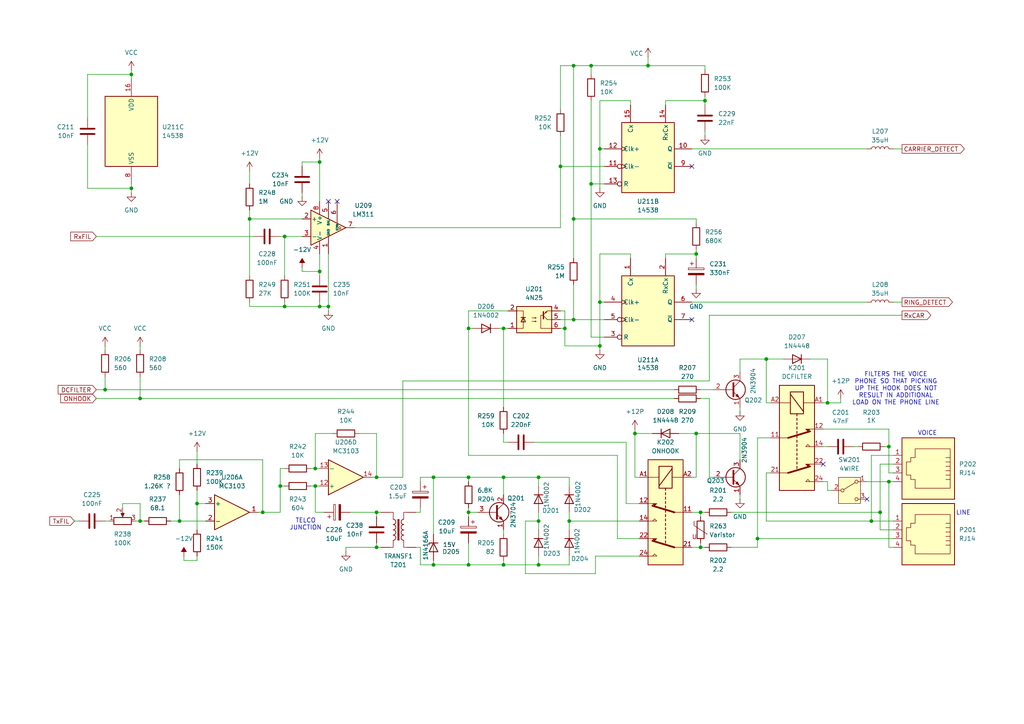
<source format=kicad_sch>
(kicad_sch (version 20250114) (generator "eeschema") (generator_version "9.0")
  (paper "A4")
  (lib_symbols
    (symbol "4xxx:14538"
      (property "Reference" "U" (at 0 11.43 0))
      (property "Value" "14538" (at 0 -11.43 0))
      (symbol "14538_1_0"
        (pin input clock (at -12.7 2.54 0) (length 5.08) (name "Clk+") (number "4"))
        (pin input inverted_clock (at -12.7 -2.54 0) (length 5.08) (name "Clk-") (number "5"))
        (pin input inverted (at -12.7 -7.62 0) (length 5.08) (name "R") (number "3"))
        (pin input line (at -5.08 15.24 270) (length 5.08) (name "Cx") (number "1"))
        (pin input line (at 5.08 15.24 270) (length 5.08) (name "RxCx") (number "2"))
        (pin output line (at 12.7 2.54 180) (length 5.08) (name "Q") (number "6"))
        (pin output line (at 12.7 -2.54 180) (length 5.08) (name "~{Q}") (number "7"))
      )
      (symbol "14538_2_0"
        (pin input clock (at -12.7 2.54 0) (length 5.08) (name "Clk+") (number "12"))
        (pin input inverted_clock (at -12.7 -2.54 0) (length 5.08) (name "Clk-") (number "11"))
        (pin input inverted (at -12.7 -7.62 0) (length 5.08) (name "R") (number "13"))
        (pin input line (at -5.08 15.24 270) (length 5.08) (name "Cx") (number "15"))
        (pin input line (at 5.08 15.24 270) (length 5.08) (name "RxCx") (number "14"))
        (pin output line (at 12.7 2.54 180) (length 5.08) (name "Q") (number "10"))
        (pin output line (at 12.7 -2.54 180) (length 5.08) (name "~{Q}") (number "9"))
      )
      (symbol "14538_3_0"
        (pin power_in line (at 0 15.24 270) (length 5.08) (name "VDD") (number "16"))
        (pin power_in line (at 0 -15.24 90) (length 5.08) (name "VSS") (number "8"))
      )
    )
    (symbol "Amplifier_Operational:OPA1604" (pin_names (offset 0.127))
      (property "Reference" "U" (at 0 5.08 0))
      (property "Value" "OPA1604" (at 0 -5.08 0))
      (symbol "OPA1604_1_1"
        (pin input line (at -7.62 2.54 0) (length 2.54) (name "+") (number "3"))
        (pin input line (at -7.62 -2.54 0) (length 2.54) (name "-") (number "2"))
        (pin output line (at 7.62 0 180) (length 2.54) (name "~") (number "1"))
      )
      (symbol "OPA1604_2_1"
        (pin input line (at -7.62 2.54 0) (length 2.54) (name "+") (number "5"))
        (pin input line (at -7.62 -2.54 0) (length 2.54) (name "-") (number "6"))
        (pin output line (at 7.62 0 180) (length 2.54) (name "~") (number "7"))
      )
      (symbol "OPA1604_3_1"
        (pin input line (at -7.62 2.54 0) (length 2.54) (name "+") (number "10"))
        (pin input line (at -7.62 -2.54 0) (length 2.54) (name "-") (number "9"))
        (pin output line (at 7.62 0 180) (length 2.54) (name "~") (number "8"))
      )
      (symbol "OPA1604_4_1"
        (pin input line (at -7.62 2.54 0) (length 2.54) (name "+") (number "12"))
        (pin input line (at -7.62 -2.54 0) (length 2.54) (name "-") (number "13"))
        (pin output line (at 7.62 0 180) (length 2.54) (name "~") (number "14"))
      )
      (symbol "OPA1604_5_1"
        (pin power_in line (at -2.54 7.62 270) (length 3.81) (name "V+") (number "4"))
        (pin power_in line (at -2.54 -7.62 90) (length 3.81) (name "V-") (number "11"))
      )
    )
    (symbol "Comparator:LM311" (pin_names (offset 0.127))
      (property "Reference" "U" (at 3.81 6.35 0))
      (property "Value" "LM311" (at 3.81 3.81 0))
      (symbol "LM311_1_1"
        (pin input line (at -7.62 2.54 0) (length 2.54) (name "+") (number "2"))
        (pin input line (at -7.62 -2.54 0) (length 2.54) (name "-") (number "3"))
        (pin power_in line (at -2.54 7.62 270) (length 3.81) (name "V+") (number "8"))
        (pin power_in line (at -2.54 -7.62 90) (length 3.81) (name "V-") (number "4"))
        (pin input line (at 0 7.62 270) (length 5.08) (name "BAL") (number "5"))
        (pin passive line (at 0 -7.62 90) (length 5.08) (name "GND") (number "1"))
        (pin input line (at 2.54 7.62 270) (length 6.35) (name "STRB") (number "6"))
        (pin open_collector line (at 7.62 0 180) (length 2.54) (name "~") (number "7"))
      )
    )
    (symbol "Connector:RJ14" (pin_names (offset 1.016))
      (property "Reference" "J" (at -5.08 11.43 0))
      (property "Value" "RJ14" (at 2.54 11.43 0))
      (symbol "RJ14_1_1"
        (pin passive line (at 10.16 5.08 180) (length 2.54) (name "~") (number "4"))
        (pin passive line (at 10.16 2.54 180) (length 2.54) (name "~") (number "3"))
        (pin passive line (at 10.16 0 180) (length 2.54) (name "~") (number "2"))
        (pin passive line (at 10.16 -2.54 180) (length 2.54) (name "~") (number "1"))
      )
    )
    (symbol "Device:C" (pin_numbers (hide yes)) (pin_names (offset 0.254))
      (property "Reference" "C" (at 0.635 2.54 0))
      (property "Value" "C" (at 0.635 -2.54 0))
      (symbol "C_1_1"
        (pin passive line (at 0 3.81 270) (length 2.794) (name "~") (number "1"))
        (pin passive line (at 0 -3.81 90) (length 2.794) (name "~") (number "2"))
      )
    )
    (symbol "Device:C_Polarized" (pin_numbers (hide yes)) (pin_names (offset 0.254))
      (property "Reference" "C" (at 0.635 2.54 0))
      (property "Value" "C_Polarized" (at 0.635 -2.54 0))
      (symbol "C_Polarized_1_1"
        (pin passive line (at 0 3.81 270) (length 2.794) (name "~") (number "1"))
        (pin passive line (at 0 -3.81 90) (length 2.794) (name "~") (number "2"))
      )
    )
    (symbol "Device:D" (pin_numbers (hide yes)) (pin_names (offset 1.016) (hide yes))
      (property "Reference" "D" (at 0 2.54 0))
      (property "Value" "D" (at 0 -2.54 0))
      (symbol "D_1_1"
        (pin passive line (at -3.81 0 0) (length 2.54) (name "K") (number "1"))
        (pin passive line (at 3.81 0 180) (length 2.54) (name "A") (number "2"))
      )
    )
    (symbol "Device:D_Zener" (pin_numbers (hide yes)) (pin_names (offset 1.016) (hide yes))
      (property "Reference" "D" (at 0 2.54 0))
      (property "Value" "D_Zener" (at 0 -2.54 0))
      (symbol "D_Zener_1_1"
        (pin passive line (at -3.81 0 0) (length 2.54) (name "K") (number "1"))
        (pin passive line (at 3.81 0 180) (length 2.54) (name "A") (number "2"))
      )
    )
    (symbol "Device:L" (pin_numbers (hide yes)) (pin_names (offset 1.016) (hide yes))
      (property "Reference" "L" (at -1.27 0 90))
      (property "Value" "L" (at 1.905 0 90))
      (symbol "L_1_1"
        (pin passive line (at 0 3.81 270) (length 1.27) (name "1") (number "1"))
        (pin passive line (at 0 -3.81 90) (length 1.27) (name "2") (number "2"))
      )
    )
    (symbol "Device:R" (pin_numbers (hide yes)) (pin_names (offset 0))
      (property "Reference" "R" (at 2.032 0 90))
      (property "Value" "R" (at 0 0 90))
      (symbol "R_1_1"
        (pin passive line (at 0 3.81 270) (length 1.27) (name "~") (number "1"))
        (pin passive line (at 0 -3.81 90) (length 1.27) (name "~") (number "2"))
      )
    )
    (symbol "Device:R_Potentiometer" (pin_names (offset 1.016) (hide yes))
      (property "Reference" "RV" (at -4.445 0 90))
      (property "Value" "R_Potentiometer" (at -2.54 0 90))
      (symbol "R_Potentiometer_1_1"
        (pin passive line (at 0 3.81 270) (length 1.27) (name "1") (number "1"))
        (pin passive line (at 0 -3.81 90) (length 1.27) (name "3") (number "3"))
        (pin passive line (at 3.81 0 180) (length 1.27) (name "2") (number "2"))
      )
    )
    (symbol "Device:Varistor" (pin_numbers (hide yes)) (pin_names (offset 0))
      (property "Reference" "RV" (at 3.175 0 90))
      (property "Value" "Varistor" (at -3.175 0 90))
      (symbol "Varistor_0_0"
        (text "U" (at -1.778 -2.032 0) (effects (font (size 1.27 1.27))))
      )
      (symbol "Varistor_1_1"
        (pin passive line (at 0 3.81 270) (length 1.27) (name "~") (number "1"))
        (pin passive line (at 0 -3.81 90) (length 1.27) (name "~") (number "2"))
      )
    )
    (symbol "Isolator:4N25" (pin_names (offset 1.016))
      (property "Reference" "U" (at -5.08 5.08 0))
      (property "Value" "4N25" (at 0 5.08 0))
      (symbol "4N25_1_1"
        (pin passive line (at -7.62 2.54 0) (length 2.54) (name "~") (number "1"))
        (pin passive line (at -7.62 -2.54 0) (length 2.54) (name "~") (number "2"))
        (pin no_connect line (at -5.08 0 0) (length 2.54) (hide yes) (name "NC") (number "3"))
        (pin passive line (at 7.62 2.54 180) (length 2.54) (name "~") (number "6"))
        (pin passive line (at 7.62 0 180) (length 2.54) (name "~") (number "5"))
        (pin passive line (at 7.62 -2.54 180) (length 2.54) (name "~") (number "4"))
      )
    )
    (symbol "Relay:Relay_DPDT"
      (property "Reference" "K" (at 16.51 3.81 0))
      (property "Value" "Relay_DPDT" (at 16.51 1.27 0))
      (symbol "Relay_DPDT_1_1"
        (pin passive line (at -10.16 7.62 270) (length 2.54) (name "~") (number "A1"))
        (pin passive line (at -10.16 -7.62 90) (length 2.54) (name "~") (number "A2"))
        (pin passive line (at -2.54 7.62 270) (length 2.54) (name "~") (number "12"))
        (pin passive line (at 0 -7.62 90) (length 2.54) (name "~") (number "11"))
        (pin passive line (at 2.54 7.62 270) (length 2.54) (name "~") (number "14"))
        (pin passive line (at 7.62 7.62 270) (length 2.54) (name "~") (number "22"))
        (pin passive line (at 10.16 -7.62 90) (length 2.54) (name "~") (number "21"))
        (pin passive line (at 12.7 7.62 270) (length 2.54) (name "~") (number "24"))
      )
    )
    (symbol "Switch:SW_SPDT" (pin_names (offset 0) (hide yes))
      (property "Reference" "SW" (at 0 5.08 0))
      (property "Value" "SW_SPDT" (at 0 -5.08 0))
      (symbol "SW_SPDT_1_1"
        (pin passive line (at -5.08 0 0) (length 2.54) (name "B") (number "2"))
        (pin passive line (at 5.08 2.54 180) (length 2.54) (name "A") (number "1"))
        (pin passive line (at 5.08 -2.54 180) (length 2.54) (name "C") (number "3"))
      )
    )
    (symbol "Transformer:TRANSF1" (pin_numbers (hide yes)) (pin_names (offset 0))
      (property "Reference" "TR" (at 0 6.35 0))
      (property "Value" "TRANSF1" (at 0 -6.35 0))
      (symbol "TRANSF1_1_1"
        (pin passive line (at -5.08 5.08 0) (length 2.54) (name "~") (number "1"))
        (pin passive line (at -5.08 -5.08 0) (length 2.54) (name "~") (number "2"))
        (pin passive line (at 5.08 5.08 180) (length 2.54) (name "~") (number "4"))
        (pin passive line (at 5.08 -5.08 180) (length 2.54) (name "~") (number "3"))
      )
    )
    (symbol "Transistor_BJT:2N3904" (pin_names (offset 0) (hide yes))
      (property "Reference" "Q" (at 5.08 1.905 0))
      (property "Value" "2N3904" (at 5.08 0 0))
      (symbol "2N3904_1_1"
        (pin input line (at -5.08 0 0) (length 2.54) (name "B") (number "2"))
        (pin passive line (at 2.54 5.08 270) (length 2.54) (name "C") (number "3"))
        (pin passive line (at 2.54 -5.08 90) (length 2.54) (name "E") (number "1"))
      )
    )
    (symbol "ZT1:2N3704" (pin_names (offset 0) (hide yes))
      (property "Reference" "Q" (at 5.08 1.27 0))
      (property "Value" "2N3704" (at 5.08 -1.27 0))
      (symbol "2N3704_1_1"
        (pin input line (at -5.08 0 0) (length 2.54) (name "B") (number "3"))
        (pin passive line (at 2.54 5.08 270) (length 2.54) (name "C") (number "2"))
        (pin passive line (at 2.54 -5.08 90) (length 2.54) (name "E") (number "1"))
      )
    )
    (symbol "power:+12P" (power) (pin_numbers (hide yes)) (pin_names (offset 0) (hide yes))
      (property "Value" "+12P" (at 0 3.556 0))
      (symbol "+12P_1_1"
        (pin power_in line (at 0 0 90) (length 0) (name "~") (number "1"))
      )
    )
    (symbol "power:+12V" (power) (pin_numbers (hide yes)) (pin_names (offset 0) (hide yes))
      (property "Value" "+12V" (at 0 3.556 0))
      (symbol "+12V_1_1"
        (pin power_in line (at 0 0 90) (length 0) (name "~") (number "1"))
      )
    )
    (symbol "power:-12V" (power) (pin_numbers (hide yes)) (pin_names (offset 0) (hide yes))
      (property "Value" "-12V" (at 0 3.556 0))
      (symbol "-12V_0_0"
        (pin power_in line (at 0 0 90) (length 0) (name "~") (number "1"))
      )
    )
    (symbol "power:GND" (power) (pin_numbers (hide yes)) (pin_names (offset 0) (hide yes))
      (property "Value" "GND" (at 0 -3.81 0))
      (symbol "GND_1_1"
        (pin power_in line (at 0 0 270) (length 0) (name "~") (number "1"))
      )
    )
    (symbol "power:VCC" (power) (pin_numbers (hide yes)) (pin_names (offset 0) (hide yes))
      (property "Value" "VCC" (at 0 3.556 0))
      (symbol "VCC_1_1"
        (pin power_in line (at 0 0 90) (length 0) (name "~") (number "1"))
      )
    )
  )
  (text "VOICE" (at 268.986 125.73 0) (effects (font (size 1.27 1.27))))
  (text "LINE" (at 279.4 148.844 0) (effects (font (size 1.27 1.27))))
  (text "FILTERS THE VOICE\nPHONE SO THAT PICKING\nUP THE HOOK DOES NOT\nRESULT IN ADDITIONAL\nLOAD ON THE PHONE LINE" (at 259.842 112.776 0) (effects (font (size 1.27 1.27))))
  (text "TELCO\nJUNCTION" (at 88.646 152.146 0) (effects (font (size 1.27 1.27))))
  (junction (at 91.44 140.97))
  (junction (at 173.99 100.33))
  (junction (at 201.93 73.66))
  (junction (at 38.1 21.59))
  (junction (at 38.1 54.61))
  (junction (at 135.89 138.43))
  (junction (at 163.83 95.25))
  (junction (at 146.05 138.43))
  (junction (at 156.21 138.43))
  (junction (at 162.56 48.26))
  (junction (at 92.71 46.99))
  (junction (at 219.71 156.21))
  (junction (at 109.22 138.43))
  (junction (at 171.45 19.05))
  (junction (at 203.2 158.75))
  (junction (at 30.48 113.03))
  (junction (at 40.64 151.13))
  (junction (at 166.37 63.5))
  (junction (at 95.25 88.9))
  (junction (at 92.71 78.74))
  (junction (at 135.89 163.83))
  (junction (at 92.71 88.9))
  (junction (at 240.03 116.84))
  (junction (at 40.64 115.57))
  (junction (at 135.89 95.25))
  (junction (at 203.2 148.59))
  (junction (at 166.37 92.71))
  (junction (at 125.73 163.83))
  (junction (at 109.22 148.59))
  (junction (at 165.1 151.13))
  (junction (at 52.07 151.13))
  (junction (at 146.05 95.25))
  (junction (at 257.81 139.7))
  (junction (at 222.25 104.14))
  (junction (at 204.47 29.21))
  (junction (at 76.2 148.59))
  (junction (at 82.55 68.58))
  (junction (at 146.05 163.83))
  (junction (at 82.55 88.9))
  (junction (at 156.21 163.83))
  (junction (at 255.27 148.59))
  (junction (at 173.99 87.63))
  (junction (at 109.22 158.75))
  (junction (at 166.37 19.05))
  (junction (at 184.15 125.73))
  (junction (at 187.96 19.05))
  (junction (at 257.81 129.54))
  (junction (at 252.73 151.13))
  (junction (at 156.21 151.13))
  (junction (at 81.28 140.97))
  (junction (at 201.93 125.73))
  (junction (at 173.99 43.18))
  (junction (at 72.39 63.5))
  (junction (at 57.15 146.05))
  (junction (at 91.44 135.89))
  (junction (at 135.89 148.59))
  (junction (at 125.73 138.43))
  (junction (at 171.45 53.34))
  (no_connect (at 200.66 48.26))
  (no_connect (at 97.79 58.42))
  (no_connect (at 251.46 144.78))
  (no_connect (at 95.25 58.42))
  (no_connect (at 200.66 92.71))
  (no_connect (at 238.76 134.62))
  (wire (pts (xy 102.87 66.04) (xy 162.56 66.04)))
  (wire (pts (xy 205.74 91.44) (xy 261.62 91.44)))
  (wire (pts (xy 91.44 140.97) (xy 91.44 148.59)))
  (wire (pts (xy 214.63 104.14) (xy 214.63 107.95)))
  (wire (pts (xy 252.73 151.13) (xy 252.73 132.08)))
  (wire (pts (xy 172.72 161.29) (xy 185.42 161.29)))
  (wire (pts (xy 156.21 163.83) (xy 165.1 163.83)))
  (wire (pts (xy 201.93 64.77) (xy 201.93 63.5)))
  (wire (pts (xy 92.71 46.99) (xy 92.71 58.42)))
  (wire (pts (xy 255.27 134.62) (xy 259.08 134.62)))
  (wire (pts (xy 184.15 125.73) (xy 184.15 138.43)))
  (wire (pts (xy 121.92 147.32) (xy 121.92 148.59)))
  (wire (pts (xy 181.61 128.27) (xy 181.61 146.05)))
  (wire (pts (xy 200.66 87.63) (xy 251.46 87.63)))
  (wire (pts (xy 203.2 157.48) (xy 203.2 158.75)))
  (wire (pts (xy 30.48 100.33) (xy 30.48 101.6)))
  (wire (pts (xy 135.89 90.17) (xy 135.89 95.25)))
  (wire (pts (xy 201.93 72.39) (xy 201.93 73.66)))
  (wire (pts (xy 52.07 143.51) (xy 52.07 151.13)))
  (wire (pts (xy 163.83 95.25) (xy 162.56 95.25)))
  (wire (pts (xy 109.22 158.75) (xy 100.33 158.75)))
  (wire (pts (xy 135.89 163.83) (xy 146.05 163.83)))
  (wire (pts (xy 152.4 166.37) (xy 152.4 151.13)))
  (wire (pts (xy 223.52 116.84) (xy 222.25 116.84)))
  (wire (pts (xy 182.88 74.93) (xy 182.88 73.66)))
  (wire (pts (xy 156.21 151.13) (xy 156.21 153.67)))
  (wire (pts (xy 116.84 110.49) (xy 205.74 110.49)))
  (wire (pts (xy 201.93 73.66) (xy 201.93 74.93)))
  (wire (pts (xy 173.99 100.33) (xy 173.99 101.6)))
  (wire (pts (xy 205.74 115.57) (xy 205.74 138.43)))
  (wire (pts (xy 135.89 132.08) (xy 179.07 132.08)))
  (wire (pts (xy 40.64 115.57) (xy 195.58 115.57)))
  (wire (pts (xy 251.46 139.7) (xy 257.81 139.7)))
  (wire (pts (xy 109.22 138.43) (xy 107.95 138.43)))
  (wire (pts (xy 104.14 125.73) (xy 109.22 125.73)))
  (wire (pts (xy 92.71 78.74) (xy 92.71 73.66)))
  (wire (pts (xy 135.89 148.59) (xy 135.89 149.86)))
  (wire (pts (xy 82.55 88.9) (xy 82.55 87.63)))
  (wire (pts (xy 166.37 19.05) (xy 166.37 63.5)))
  (wire (pts (xy 165.1 148.59) (xy 165.1 151.13)))
  (wire (pts (xy 121.92 163.83) (xy 125.73 163.83)))
  (wire (pts (xy 203.2 158.75) (xy 200.66 158.75)))
  (wire (pts (xy 40.64 100.33) (xy 40.64 101.6)))
  (wire (pts (xy 110.49 148.59) (xy 109.22 148.59)))
  (wire (pts (xy 109.22 157.48) (xy 109.22 158.75)))
  (wire (pts (xy 204.47 38.1) (xy 204.47 39.37)))
  (wire (pts (xy 152.4 151.13) (xy 156.21 151.13)))
  (wire (pts (xy 135.89 157.48) (xy 135.89 163.83)))
  (wire (pts (xy 72.39 87.63) (xy 72.39 88.9)))
  (wire (pts (xy 72.39 49.53) (xy 72.39 53.34)))
  (wire (pts (xy 204.47 27.94) (xy 204.47 29.21)))
  (wire (pts (xy 219.71 158.75) (xy 212.09 158.75)))
  (wire (pts (xy 203.2 148.59) (xy 203.2 149.86)))
  (wire (pts (xy 38.1 54.61) (xy 38.1 55.88)))
  (wire (pts (xy 90.17 140.97) (xy 91.44 140.97)))
  (wire (pts (xy 72.39 63.5) (xy 72.39 80.01)))
  (wire (pts (xy 121.92 138.43) (xy 121.92 139.7)))
  (wire (pts (xy 40.64 151.13) (xy 39.37 151.13)))
  (wire (pts (xy 146.05 153.67) (xy 146.05 154.94)))
  (wire (pts (xy 165.1 151.13) (xy 185.42 151.13)))
  (wire (pts (xy 27.94 115.57) (xy 40.64 115.57)))
  (wire (pts (xy 109.22 148.59) (xy 109.22 149.86)))
  (wire (pts (xy 201.93 125.73) (xy 214.63 125.73)))
  (wire (pts (xy 171.45 19.05) (xy 171.45 21.59)))
  (wire (pts (xy 204.47 29.21) (xy 204.47 30.48)))
  (wire (pts (xy 91.44 140.97) (xy 92.71 140.97)))
  (wire (pts (xy 162.56 66.04) (xy 162.56 48.26)))
  (wire (pts (xy 57.15 142.24) (xy 57.15 146.05)))
  (wire (pts (xy 125.73 138.43) (xy 125.73 154.94)))
  (wire (pts (xy 135.89 147.32) (xy 135.89 148.59)))
  (wire (pts (xy 53.34 162.56) (xy 57.15 162.56)))
  (wire (pts (xy 57.15 146.05) (xy 59.69 146.05)))
  (wire (pts (xy 90.17 135.89) (xy 91.44 135.89)))
  (wire (pts (xy 40.64 109.22) (xy 40.64 115.57)))
  (wire (pts (xy 35.56 146.05) (xy 40.64 146.05)))
  (wire (pts (xy 196.85 125.73) (xy 201.93 125.73)))
  (wire (pts (xy 179.07 156.21) (xy 185.42 156.21)))
  (wire (pts (xy 30.48 151.13) (xy 31.75 151.13)))
  (wire (pts (xy 121.92 163.83) (xy 121.92 158.75)))
  (wire (pts (xy 238.76 129.54) (xy 240.03 129.54)))
  (wire (pts (xy 109.22 158.75) (xy 110.49 158.75)))
  (wire (pts (xy 162.56 90.17) (xy 163.83 90.17)))
  (wire (pts (xy 171.45 53.34) (xy 171.45 97.79)))
  (wire (pts (xy 214.63 143.51) (xy 214.63 144.78)))
  (wire (pts (xy 162.56 39.37) (xy 162.56 48.26)))
  (wire (pts (xy 189.23 125.73) (xy 184.15 125.73)))
  (wire (pts (xy 173.99 73.66) (xy 182.88 73.66)))
  (wire (pts (xy 125.73 163.83) (xy 135.89 163.83)))
  (wire (pts (xy 162.56 19.05) (xy 166.37 19.05)))
  (wire (pts (xy 214.63 125.73) (xy 214.63 133.35)))
  (wire (pts (xy 101.6 148.59) (xy 109.22 148.59)))
  (wire (pts (xy 234.95 104.14) (xy 240.03 104.14)))
  (wire (pts (xy 240.03 116.84) (xy 243.84 116.84)))
  (wire (pts (xy 171.45 53.34) (xy 175.26 53.34)))
  (wire (pts (xy 135.89 90.17) (xy 147.32 90.17)))
  (wire (pts (xy 92.71 88.9) (xy 92.71 87.63)))
  (wire (pts (xy 135.89 95.25) (xy 137.16 95.25)))
  (wire (pts (xy 222.25 151.13) (xy 252.73 151.13)))
  (wire (pts (xy 219.71 156.21) (xy 259.08 156.21)))
  (wire (pts (xy 25.4 54.61) (xy 25.4 41.91)))
  (wire (pts (xy 156.21 148.59) (xy 156.21 151.13)))
  (wire (pts (xy 87.63 78.74) (xy 92.71 78.74)))
  (wire (pts (xy 91.44 125.73) (xy 91.44 135.89)))
  (wire (pts (xy 81.28 140.97) (xy 82.55 140.97)))
  (wire (pts (xy 146.05 138.43) (xy 146.05 143.51)))
  (wire (pts (xy 257.81 139.7) (xy 257.81 158.75)))
  (wire (pts (xy 204.47 29.21) (xy 193.04 29.21)))
  (wire (pts (xy 259.08 151.13) (xy 252.73 151.13)))
  (wire (pts (xy 57.15 130.81) (xy 57.15 134.62)))
  (wire (pts (xy 87.63 46.99) (xy 92.71 46.99)))
  (wire (pts (xy 156.21 138.43) (xy 165.1 138.43)))
  (wire (pts (xy 203.2 148.59) (xy 204.47 148.59)))
  (wire (pts (xy 166.37 82.55) (xy 166.37 92.71)))
  (wire (pts (xy 52.07 151.13) (xy 59.69 151.13)))
  (wire (pts (xy 87.63 55.88) (xy 87.63 57.15)))
  (wire (pts (xy 175.26 43.18) (xy 173.99 43.18)))
  (wire (pts (xy 38.1 21.59) (xy 38.1 22.86)))
  (wire (pts (xy 240.03 116.84) (xy 238.76 116.84)))
  (wire (pts (xy 121.92 138.43) (xy 125.73 138.43)))
  (wire (pts (xy 156.21 161.29) (xy 156.21 163.83)))
  (wire (pts (xy 257.81 129.54) (xy 257.81 124.46)))
  (wire (pts (xy 95.25 73.66) (xy 95.25 88.9)))
  (wire (pts (xy 21.59 151.13) (xy 22.86 151.13)))
  (wire (pts (xy 81.28 140.97) (xy 81.28 148.59)))
  (wire (pts (xy 184.15 138.43) (xy 185.42 138.43)))
  (wire (pts (xy 38.1 53.34) (xy 38.1 54.61)))
  (wire (pts (xy 247.65 129.54) (xy 248.92 129.54)))
  (wire (pts (xy 109.22 125.73) (xy 109.22 138.43)))
  (wire (pts (xy 135.89 138.43) (xy 146.05 138.43)))
  (wire (pts (xy 163.83 100.33) (xy 173.99 100.33)))
  (wire (pts (xy 146.05 163.83) (xy 156.21 163.83)))
  (wire (pts (xy 172.72 166.37) (xy 152.4 166.37)))
  (wire (pts (xy 162.56 48.26) (xy 175.26 48.26)))
  (wire (pts (xy 162.56 92.71) (xy 166.37 92.71)))
  (wire (pts (xy 165.1 151.13) (xy 165.1 153.67)))
  (wire (pts (xy 212.09 148.59) (xy 255.27 148.59)))
  (wire (pts (xy 252.73 132.08) (xy 259.08 132.08)))
  (wire (pts (xy 222.25 104.14) (xy 214.63 104.14)))
  (wire (pts (xy 38.1 21.59) (xy 25.4 21.59)))
  (wire (pts (xy 219.71 158.75) (xy 219.71 156.21)))
  (wire (pts (xy 125.73 162.56) (xy 125.73 163.83)))
  (wire (pts (xy 171.45 97.79) (xy 175.26 97.79)))
  (wire (pts (xy 203.2 158.75) (xy 204.47 158.75)))
  (wire (pts (xy 27.94 113.03) (xy 30.48 113.03)))
  (wire (pts (xy 100.33 158.75) (xy 100.33 160.02)))
  (wire (pts (xy 40.64 146.05) (xy 40.64 151.13)))
  (wire (pts (xy 214.63 118.11) (xy 214.63 119.38)))
  (wire (pts (xy 222.25 137.16) (xy 223.52 137.16)))
  (wire (pts (xy 255.27 153.67) (xy 259.08 153.67)))
  (wire (pts (xy 179.07 156.21) (xy 179.07 132.08)))
  (wire (pts (xy 193.04 73.66) (xy 201.93 73.66)))
  (wire (pts (xy 222.25 151.13) (xy 222.25 137.16)))
  (wire (pts (xy 173.99 87.63) (xy 175.26 87.63)))
  (wire (pts (xy 35.56 147.32) (xy 35.56 146.05)))
  (wire (pts (xy 72.39 60.96) (xy 72.39 63.5)))
  (wire (pts (xy 25.4 21.59) (xy 25.4 34.29)))
  (wire (pts (xy 171.45 29.21) (xy 171.45 53.34)))
  (wire (pts (xy 259.08 87.63) (xy 261.62 87.63)))
  (wire (pts (xy 259.08 43.18) (xy 261.62 43.18)))
  (wire (pts (xy 200.66 43.18) (xy 251.46 43.18)))
  (wire (pts (xy 82.55 80.01) (xy 82.55 68.58)))
  (wire (pts (xy 240.03 104.14) (xy 240.03 116.84)))
  (wire (pts (xy 243.84 115.57) (xy 243.84 116.84)))
  (wire (pts (xy 146.05 162.56) (xy 146.05 163.83)))
  (wire (pts (xy 93.98 148.59) (xy 91.44 148.59)))
  (wire (pts (xy 91.44 125.73) (xy 96.52 125.73)))
  (wire (pts (xy 173.99 29.21) (xy 173.99 43.18)))
  (wire (pts (xy 193.04 74.93) (xy 193.04 73.66)))
  (wire (pts (xy 38.1 20.32) (xy 38.1 21.59)))
  (wire (pts (xy 223.52 127) (xy 219.71 127)))
  (wire (pts (xy 116.84 138.43) (xy 109.22 138.43)))
  (wire (pts (xy 82.55 68.58) (xy 87.63 68.58)))
  (wire (pts (xy 76.2 148.59) (xy 76.2 133.35)))
  (wire (pts (xy 256.54 129.54) (xy 257.81 129.54)))
  (wire (pts (xy 146.05 95.25) (xy 146.05 118.11)))
  (wire (pts (xy 203.2 113.03) (xy 207.01 113.03)))
  (wire (pts (xy 222.25 104.14) (xy 227.33 104.14)))
  (wire (pts (xy 166.37 63.5) (xy 201.93 63.5)))
  (wire (pts (xy 76.2 148.59) (xy 81.28 148.59)))
  (wire (pts (xy 201.93 82.55) (xy 201.93 83.82)))
  (wire (pts (xy 156.21 140.97) (xy 156.21 138.43)))
  (wire (pts (xy 182.88 29.21) (xy 173.99 29.21)))
  (wire (pts (xy 82.55 88.9) (xy 92.71 88.9)))
  (wire (pts (xy 91.44 135.89) (xy 92.71 135.89)))
  (wire (pts (xy 257.81 158.75) (xy 259.08 158.75)))
  (wire (pts (xy 30.48 113.03) (xy 195.58 113.03)))
  (wire (pts (xy 49.53 151.13) (xy 52.07 151.13)))
  (wire (pts (xy 187.96 16.51) (xy 187.96 19.05)))
  (wire (pts (xy 200.66 148.59) (xy 203.2 148.59)))
  (wire (pts (xy 173.99 73.66) (xy 173.99 87.63)))
  (wire (pts (xy 173.99 87.63) (xy 173.99 100.33)))
  (wire (pts (xy 135.89 138.43) (xy 135.89 139.7)))
  (wire (pts (xy 92.71 45.72) (xy 92.71 46.99)))
  (wire (pts (xy 146.05 95.25) (xy 144.78 95.25)))
  (wire (pts (xy 257.81 129.54) (xy 257.81 137.16)))
  (wire (pts (xy 57.15 146.05) (xy 57.15 153.67)))
  (wire (pts (xy 135.89 148.59) (xy 138.43 148.59)))
  (wire (pts (xy 163.83 90.17) (xy 163.83 95.25)))
  (wire (pts (xy 182.88 30.48) (xy 182.88 29.21)))
  (wire (pts (xy 240.03 142.24) (xy 240.03 139.7)))
  (wire (pts (xy 81.28 68.58) (xy 82.55 68.58)))
  (wire (pts (xy 87.63 48.26) (xy 87.63 46.99)))
  (wire (pts (xy 165.1 138.43) (xy 165.1 140.97)))
  (wire (pts (xy 204.47 19.05) (xy 204.47 20.32)))
  (wire (pts (xy 166.37 92.71) (xy 175.26 92.71)))
  (wire (pts (xy 193.04 29.21) (xy 193.04 30.48)))
  (wire (pts (xy 81.28 135.89) (xy 82.55 135.89)))
  (wire (pts (xy 172.72 161.29) (xy 172.72 166.37)))
  (wire (pts (xy 27.94 68.58) (xy 73.66 68.58)))
  (wire (pts (xy 222.25 116.84) (xy 222.25 104.14)))
  (wire (pts (xy 146.05 138.43) (xy 156.21 138.43)))
  (wire (pts (xy 165.1 163.83) (xy 165.1 161.29)))
  (wire (pts (xy 201.93 125.73) (xy 201.93 138.43)))
  (wire (pts (xy 219.71 127) (xy 219.71 156.21)))
  (wire (pts (xy 203.2 115.57) (xy 205.74 115.57)))
  (wire (pts (xy 53.34 161.29) (xy 53.34 162.56)))
  (wire (pts (xy 240.03 142.24) (xy 241.3 142.24)))
  (wire (pts (xy 38.1 54.61) (xy 25.4 54.61)))
  (wire (pts (xy 166.37 19.05) (xy 171.45 19.05)))
  (wire (pts (xy 205.74 138.43) (xy 207.01 138.43)))
  (wire (pts (xy 72.39 63.5) (xy 87.63 63.5)))
  (wire (pts (xy 52.07 133.35) (xy 76.2 133.35)))
  (wire (pts (xy 187.96 19.05) (xy 204.47 19.05)))
  (wire (pts (xy 181.61 146.05) (xy 185.42 146.05)))
  (wire (pts (xy 255.27 134.62) (xy 255.27 148.59)))
  (wire (pts (xy 52.07 135.89) (xy 52.07 133.35)))
  (wire (pts (xy 40.64 151.13) (xy 41.91 151.13)))
  (wire (pts (xy 120.65 148.59) (xy 121.92 148.59)))
  (wire (pts (xy 171.45 19.05) (xy 187.96 19.05)))
  (wire (pts (xy 72.39 88.9) (xy 82.55 88.9)))
  (wire (pts (xy 162.56 19.05) (xy 162.56 31.75)))
  (wire (pts (xy 87.63 77.47) (xy 87.63 78.74)))
  (wire (pts (xy 125.73 138.43) (xy 135.89 138.43)))
  (wire (pts (xy 146.05 125.73) (xy 146.05 128.27)))
  (wire (pts (xy 259.08 137.16) (xy 257.81 137.16)))
  (wire (pts (xy 238.76 124.46) (xy 257.81 124.46)))
  (wire (pts (xy 147.32 95.25) (xy 146.05 95.25)))
  (wire (pts (xy 173.99 43.18) (xy 173.99 54.61)))
  (wire (pts (xy 95.25 88.9) (xy 92.71 88.9)))
  (wire (pts (xy 240.03 139.7) (xy 238.76 139.7)))
  (wire (pts (xy 57.15 161.29) (xy 57.15 162.56)))
  (wire (pts (xy 92.71 78.74) (xy 92.71 80.01)))
  (wire (pts (xy 81.28 135.89) (xy 81.28 140.97)))
  (wire (pts (xy 205.74 110.49) (xy 205.74 91.44)))
  (wire (pts (xy 120.65 158.75) (xy 121.92 158.75)))
  (wire (pts (xy 116.84 110.49) (xy 116.84 138.43)))
  (wire (pts (xy 74.93 148.59) (xy 76.2 148.59)))
  (wire (pts (xy 154.94 128.27) (xy 181.61 128.27)))
  (wire (pts (xy 163.83 95.25) (xy 163.83 100.33)))
  (wire (pts (xy 201.93 138.43) (xy 200.66 138.43)))
  (wire (pts (xy 259.08 139.7) (xy 257.81 139.7)))
  (wire (pts (xy 135.89 95.25) (xy 135.89 132.08)))
  (wire (pts (xy 255.27 148.59) (xy 255.27 153.67)))
  (wire (pts (xy 166.37 63.5) (xy 166.37 74.93)))
  (wire (pts (xy 95.25 88.9) (xy 95.25 90.17)))
  (wire (pts (xy 147.32 128.27) (xy 146.05 128.27)))
  (wire (pts (xy 184.15 124.46) (xy 184.15 125.73)))
  (wire (pts (xy 30.48 113.03) (xy 30.48 109.22)))
  (global_label "RING_DETECT" (shape output) (at 261.62 87.63 0) (property "Intersheetrefs" "${INTERSHEET_REFS}" (effects (hide yes))))
  (global_label "RxCAR" (shape output) (at 261.62 91.44 0) (property "Intersheetrefs" "${INTERSHEET_REFS}" (effects (hide yes))))
  (global_label "ONHOOK" (shape input) (at 27.94 115.57 180) (property "Intersheetrefs" "${INTERSHEET_REFS}" (effects (hide yes))))
  (global_label "DCFILTER" (shape input) (at 27.94 113.03 180) (property "Intersheetrefs" "${INTERSHEET_REFS}" (effects (hide yes))))
  (global_label "RxFIL" (shape input) (at 27.94 68.58 180) (property "Intersheetrefs" "${INTERSHEET_REFS}" (effects (hide yes))))
  (global_label "CARRIER_DETECT" (shape output) (at 261.62 43.18 0) (property "Intersheetrefs" "${INTERSHEET_REFS}" (effects (hide yes))))
  (global_label "TxFIL" (shape input) (at 21.59 151.13 180) (property "Intersheetrefs" "${INTERSHEET_REFS}" (effects (hide yes))))
  (symbol (lib_id "Device:R") (at 100.33 125.73 270) (unit 1)
    (property "Reference" "R244" (at 100.33 119.38 90))
    (property "Value" "10K" (at 100.33 121.92 90))
    (property "Footprint" "ZT1:R" (effects (hide yes)))
  )
  (symbol (lib_id "Transformer:TRANSF1") (at 115.57 153.67 0) (mirror x) (unit 1)
    (property "Reference" "T201" (at 115.57 163.83 0))
    (property "Value" "TRANSF1" (at 115.57 161.29 0))
    (property "Footprint" "ZT1:T" (effects (hide yes)))
  )
  (symbol (lib_id "Device:D_Zener") (at 125.73 158.75 90) (mirror x) (unit 1)
    (property "Reference" "D205" (at 128.27 160.0201 90) (effects (justify right)))
    (property "Value" "1N4166A" (at 123.444 162.56 0) (effects (justify right)))
    (property "Footprint" "ZT1:D_11.5mm" (effects (hide yes)))
    (property "Description" "Zener diode" (effects (hide yes)))
    (property "V" "15V" (at 130.302 157.988 90))
  )
  (symbol (lib_id "Device:R") (at 45.72 151.13 90) (unit 1)
    (property "Reference" "R237" (at 45.72 144.78 90))
    (property "Value" "68.1" (at 45.72 147.32 90))
    (property "Footprint" "ZT1:R" (effects (hide yes)))
  )
  (symbol (lib_id "Device:R") (at 201.93 68.58 0) (unit 1)
    (property "Reference" "R256" (at 204.47 67.3099 0) (effects (justify left)))
    (property "Value" "680K" (at 204.47 69.8499 0) (effects (justify left)))
    (property "Footprint" "ZT1:R" (effects (hide yes)))
  )
  (symbol (lib_id "Device:R") (at 82.55 83.82 180) (unit 1)
    (property "Reference" "R251" (at 85.09 82.5499 0) (effects (justify right)))
    (property "Value" "100K" (at 85.09 85.0899 0) (effects (justify right)))
    (property "Footprint" "ZT1:R" (effects (hide yes)))
  )
  (symbol (lib_id "Device:D") (at 231.14 104.14 180) (unit 1)
    (property "Reference" "D207" (at 231.14 97.79 0))
    (property "Value" "1N4448" (at 231.14 100.33 0))
    (property "Footprint" "ZT1:D_9mm" (effects (hide yes)))
  )
  (symbol (lib_id "Relay:Relay_DPDT") (at 231.14 127 270) (unit 1)
    (property "Reference" "K201" (at 231.14 106.68 90))
    (property "Value" "DCFILTER" (at 231.14 109.22 90))
    (property "Footprint" "ZT1:K" (effects (hide yes)))
    (property "Description" "Relay DPDT, monostable, EN50005" (effects (hide yes)))
  )
  (symbol (lib_id "power:+12P") (at 184.15 124.46 0) (unit 1)
    (property "Reference" "#PWR01008" (effects (hide yes)))
    (property "Value" "+12P" (at 184.15 119.38 0))
    (property "Description" "Power symbol creates a global label with name \"+12P\"" (effects (hide yes)))
  )
  (symbol (lib_id "Device:D") (at 165.1 157.48 90) (mirror x) (unit 1)
    (property "Reference" "D204" (at 165.608 162.052 90) (effects (justify right)))
    (property "Value" "1N4002" (at 167.386 160.782 0) (effects (justify right)))
    (property "Footprint" "ZT1:D_10mm" (effects (hide yes)))
  )
  (symbol (lib_id "Device:R") (at 86.36 140.97 270) (unit 1)
    (property "Reference" "R243" (at 86.36 144.78 90))
    (property "Value" "604" (at 86.36 147.32 90))
    (property "Footprint" "ZT1:R" (effects (hide yes)))
  )
  (symbol (lib_id "Switch:SW_SPDT") (at 246.38 142.24 0) (unit 1)
    (property "Reference" "SW201" (at 246.38 133.35 0))
    (property "Value" "4WIRE" (at 246.38 135.89 0))
    (property "Footprint" "ZT1:SW_PUSH_TOGGLE" (effects (hide yes)))
    (property "Description" "Switch, single pole double throw" (effects (hide yes)))
  )
  (symbol (lib_id "Device:L") (at 255.27 87.63 90) (unit 1)
    (property "Reference" "L208" (at 255.27 82.55 90))
    (property "Value" "35uH" (at 255.27 85.09 90))
    (property "Footprint" "ZT1:L_150mil" (effects (hide yes)))
  )
  (symbol (lib_id "Device:Varistor") (at 203.2 153.67 0) (unit 1)
    (property "Reference" "R263" (at 205.74 152.5932 0) (effects (justify left)))
    (property "Value" "Varistor" (at 205.74 155.1332 0) (effects (justify left)))
    (property "Footprint" "Varistor:RV_Disc_D12mm_W5.1mm_P7.5mm" (effects (hide yes)))
  )
  (symbol (lib_id "Device:D") (at 156.21 157.48 90) (mirror x) (unit 1)
    (property "Reference" "D203" (at 157.48 160.528 90) (effects (justify right)))
    (property "Value" "1N4002" (at 158.496 159.512 0) (effects (justify right)))
    (property "Footprint" "ZT1:D_10mm" (effects (hide yes)))
  )
  (symbol (lib_id "4xxx:14538") (at 38.1 38.1 0) (unit 3)
    (property "Reference" "U211" (at 46.99 36.8299 0) (effects (justify left)))
    (property "Value" "14538" (at 46.99 39.3699 0) (effects (justify left)))
    (property "Footprint" "Package_DIP:DIP-16_W7.62mm" (effects (hide yes)))
    (property "Datasheet" "https://www.onsemi.com/pub/Collateral/MC14538B-D.PDF" (effects (hide yes)))
    (property "Description" "Monostable" (effects (hide yes)))
  )
  (symbol (lib_id "Device:C") (at 77.47 68.58 90) (unit 1)
    (property "Reference" "C228" (at 77.47 73.66 90))
    (property "Value" "100nF" (at 77.47 76.2 90))
    (property "Footprint" "ZT1:C_300mil" (effects (hide yes)))
  )
  (symbol (lib_id "power:VCC") (at 40.64 100.33 0) (unit 1)
    (property "Reference" "#PWR01014" (effects (hide yes)))
    (property "Value" "VCC" (at 40.64 95.25 0))
    (property "Description" "Power symbol creates a global label with name \"VCC\"" (effects (hide yes)))
  )
  (symbol (lib_id "power:GND") (at 214.63 119.38 0) (unit 1)
    (property "Reference" "#PWR01010" (effects (hide yes)))
    (property "Value" "GND" (at 214.63 124.46 0))
    (property "Description" "Power symbol creates a global label with name \"GND\" , ground" (effects (hide yes)))
  )
  (symbol (lib_id "power:VCC") (at 30.48 100.33 0) (unit 1)
    (property "Reference" "#PWR01012" (effects (hide yes)))
    (property "Value" "VCC" (at 30.48 95.25 0))
    (property "Description" "Power symbol creates a global label with name \"VCC\"" (effects (hide yes)))
  )
  (symbol (lib_id "Device:C_Polarized") (at 97.79 148.59 90) (unit 1)
    (property "Reference" "C226" (at 96.901 153.67 90))
    (property "Value" "10uF" (at 96.901 156.21 90))
    (property "Footprint" "Capacitor_THT:CP_Radial_Tantal_D5.0mm_P2.50mm" (effects (hide yes)))
  )
  (symbol (lib_id "4xxx:14538") (at 187.96 45.72 0) (unit 2)
    (property "Reference" "U211" (at 187.96 58.42 0))
    (property "Value" "14538" (at 187.96 60.96 0))
    (property "Footprint" "Package_DIP:DIP-16_W7.62mm" (effects (hide yes)))
    (property "Datasheet" "https://www.onsemi.com/pub/Collateral/MC14538B-D.PDF" (effects (hide yes)))
    (property "Description" "Monostable" (effects (hide yes)))
  )
  (symbol (lib_id "power:+12V") (at 72.39 49.53 0) (unit 1)
    (property "Reference" "#PWR01007" (effects (hide yes)))
    (property "Value" "+12V" (at 72.39 44.45 0))
    (property "Description" "Power symbol creates a global label with name \"+12V\"" (effects (hide yes)))
  )
  (symbol (lib_id "ZT1:2N3704") (at 143.51 148.59 0) (unit 1)
    (property "Reference" "Q201" (at 147.066 144.526 0) (effects (justify left)))
    (property "Value" "2N3704" (at 148.844 153.162 90) (effects (justify left)))
    (property "Footprint" "Package_TO_SOT_THT:TO-92_Inline_Wide" (effects (hide yes)))
  )
  (symbol (lib_id "Connector:RJ14") (at 269.24 153.67 180) (unit 1)
    (property "Reference" "P201" (at 278.13 153.6699 0) (effects (justify right)))
    (property "Value" "RJ14" (at 278.13 156.2099 0) (effects (justify right)))
    (property "Footprint" "ZT1:RJ" (effects (hide yes)))
    (property "Description" "RJ connector, 6P4C (6 positions 4 connected)" (effects (hide yes)))
  )
  (symbol (lib_id "Device:R") (at 72.39 57.15 180) (unit 1)
    (property "Reference" "R248" (at 74.93 55.8799 0) (effects (justify right)))
    (property "Value" "1M" (at 74.93 58.4199 0) (effects (justify right)))
    (property "Footprint" "ZT1:R" (effects (hide yes)))
  )
  (symbol (lib_id "power:GND") (at 87.63 57.15 0) (unit 1)
    (property "Reference" "#PWR01005" (effects (hide yes)))
    (property "Value" "GND" (at 85.09 58.4199 0) (effects (justify right)))
    (property "Description" "Power symbol creates a global label with name \"GND\" , ground" (effects (hide yes)))
  )
  (symbol (lib_id "Device:D") (at 193.04 125.73 0) (unit 1)
    (property "Reference" "D208" (at 193.04 119.38 0))
    (property "Value" "1N4448" (at 193.04 121.92 0))
    (property "Footprint" "ZT1:D_9mm" (effects (hide yes)))
  )
  (symbol (lib_id "Device:R") (at 57.15 157.48 180) (unit 1)
    (property "Reference" "R241" (at 59.69 156.2099 0) (effects (justify right)))
    (property "Value" "150K" (at 59.69 158.7499 0) (effects (justify right)))
    (property "Footprint" "ZT1:R" (effects (hide yes)))
  )
  (symbol (lib_id "power:GND") (at 100.33 160.02 0) (unit 1)
    (property "Reference" "#PWR01002" (effects (hide yes)))
    (property "Value" "GND" (at 100.33 165.1 0))
    (property "Description" "Power symbol creates a global label with name \"GND\" , ground" (effects (hide yes)))
  )
  (symbol (lib_id "power:GND") (at 173.99 101.6 0) (unit 1)
    (property "Reference" "#PWR01" (effects (hide yes)))
    (property "Value" "GND" (at 173.99 106.68 0))
    (property "Description" "Power symbol creates a global label with name \"GND\" , ground" (effects (hide yes)))
  )
  (symbol (lib_id "Comparator:LM311") (at 95.25 66.04 0) (unit 1)
    (property "Reference" "U209" (at 105.41 59.6198 0))
    (property "Value" "LM311" (at 105.41 62.1598 0))
    (property "Footprint" "Package_DIP:DIP-8_W7.62mm" (effects (hide yes)))
  )
  (symbol (lib_id "Device:R") (at 30.48 105.41 180) (unit 1)
    (property "Reference" "R206" (at 33.02 104.1399 0) (effects (justify right)))
    (property "Value" "560" (at 33.02 106.6799 0) (effects (justify right)))
    (property "Footprint" "ZT1:R" (effects (hide yes)))
  )
  (symbol (lib_id "Transistor_BJT:2N3904") (at 212.09 138.43 0) (unit 1)
    (property "Reference" "Q203" (at 204.978 139.446 0) (effects (justify left)))
    (property "Value" "2N3904" (at 215.9 134.366 90) (effects (justify left)))
    (property "Footprint" "Package_TO_SOT_THT:TO-92_Inline_Wide" (effects (hide yes)))
  )
  (symbol (lib_id "Device:C") (at 26.67 151.13 90) (unit 1)
    (property "Reference" "C225" (at 26.67 143.51 90))
    (property "Value" "100nF" (at 26.67 146.05 90))
    (property "Footprint" "ZT1:C_300mil" (effects (hide yes)))
  )
  (symbol (lib_id "Device:R") (at 146.05 121.92 0) (unit 1)
    (property "Reference" "R259" (at 143.51 120.6499 0) (effects (justify right)))
    (property "Value" "10K" (at 143.51 123.1899 0) (effects (justify right)))
    (property "Footprint" "ZT1:R" (effects (hide yes)))
  )
  (symbol (lib_id "Device:R") (at 204.47 24.13 0) (unit 1)
    (property "Reference" "R253" (at 207.01 22.8599 0) (effects (justify left)))
    (property "Value" "100K" (at 207.01 25.3999 0) (effects (justify left)))
    (property "Footprint" "ZT1:R" (effects (hide yes)))
  )
  (symbol (lib_id "Device:D") (at 140.97 95.25 180) (unit 1)
    (property "Reference" "D206" (at 140.97 88.9 0))
    (property "Value" "1N4002" (at 140.97 91.44 0))
    (property "Footprint" "ZT1:D_10mm" (effects (hide yes)))
    (property "Description" "Diode" (effects (hide yes)))
    (property "Sim.Device" "D" (effects (hide yes)))
    (property "Sim.Pins" "1=K 2=A" (effects (hide yes)))
  )
  (symbol (lib_id "Device:R") (at 166.37 78.74 0) (unit 1)
    (property "Reference" "R255" (at 163.83 77.4699 0) (effects (justify right)))
    (property "Value" "1M" (at 163.83 80.0099 0) (effects (justify right)))
    (property "Footprint" "ZT1:R" (effects (hide yes)))
  )
  (symbol (lib_id "Device:C_Polarized") (at 201.93 78.74 0) (unit 1)
    (property "Reference" "C231" (at 205.74 76.5809 0) (effects (justify left)))
    (property "Value" "330nF" (at 205.74 79.1209 0) (effects (justify left)))
    (property "Footprint" "Capacitor_THT:CP_Radial_Tantal_D5.0mm_P2.50mm" (effects (hide yes)))
  )
  (symbol (lib_id "Device:R") (at 252.73 129.54 90) (unit 1)
    (property "Reference" "R203" (at 252.73 119.634 90))
    (property "Value" "1K" (at 252.73 121.92 90))
    (property "Footprint" "ZT1:R" (effects (hide yes)))
  )
  (symbol (lib_id "Device:C") (at 25.4 38.1 0) (unit 1)
    (property "Reference" "C211" (at 21.59 36.8299 0) (effects (justify right)))
    (property "Value" "10nF" (at 21.59 39.3699 0) (effects (justify right)))
    (property "Footprint" "ZT1:C_10mm" (effects (hide yes)))
  )
  (symbol (lib_id "Device:L") (at 255.27 43.18 90) (unit 1)
    (property "Reference" "L207" (at 255.27 38.1 90))
    (property "Value" "35uH" (at 255.27 40.64 90))
    (property "Footprint" "ZT1:L_150mil" (effects (hide yes)))
  )
  (symbol (lib_id "Device:R") (at 199.39 115.57 90) (unit 1)
    (property "Reference" "R209" (at 199.39 119.38 90))
    (property "Value" "270" (at 199.39 121.92 90))
    (property "Footprint" "ZT1:R" (effects (hide yes)))
  )
  (symbol (lib_id "Transistor_BJT:2N3904") (at 212.09 113.03 0) (unit 1)
    (property "Reference" "Q202" (at 215.9 116.078 0) (effects (justify left)))
    (property "Value" "2N3904" (at 218.44 114.3 90) (effects (justify left)))
    (property "Footprint" "Package_TO_SOT_THT:TO-92_Inline_Wide" (effects (hide yes)))
  )
  (symbol (lib_id "power:GND") (at 173.99 54.61 0) (unit 1)
    (property "Reference" "#PWR05" (effects (hide yes)))
    (property "Value" "GND" (at 173.99 59.69 0))
    (property "Description" "Power symbol creates a global label with name \"GND\" , ground" (effects (hide yes)))
  )
  (symbol (lib_id "power:GND") (at 204.47 39.37 0) (unit 1)
    (property "Reference" "#PWR03" (effects (hide yes)))
    (property "Value" "GND" (at 204.47 44.45 0))
    (property "Description" "Power symbol creates a global label with name \"GND\" , ground" (effects (hide yes)))
  )
  (symbol (lib_id "Amplifier_Operational:OPA1604") (at 100.33 138.43 0) (mirror x) (unit 4)
    (property "Reference" "U206" (at 100.33 128.27 0))
    (property "Value" "MC3103" (at 100.33 130.81 0))
    (property "Footprint" "Package_DIP:DIP-14_W7.62mm" (effects (hide yes)))
    (property "Datasheet" "https://www.onsemi.com/pdf/datasheet/mc3403-d.pdf" (effects (hide yes)))
  )
  (symbol (lib_id "power:+12P") (at 243.84 115.57 0) (unit 1)
    (property "Reference" "#PWR01011" (effects (hide yes)))
    (property "Value" "+12P" (at 243.84 110.49 0))
    (property "Description" "Power symbol creates a global label with name \"+12P\"" (effects (hide yes)))
  )
  (symbol (lib_id "Device:D") (at 156.21 144.78 90) (mirror x) (unit 1)
    (property "Reference" "D201" (at 157.226 148.082 90) (effects (justify right)))
    (property "Value" "1N4002" (at 158.496 147.32 0) (effects (justify right)))
    (property "Footprint" "ZT1:D_10mm" (effects (hide yes)))
  )
  (symbol (lib_id "power:GND") (at 38.1 55.88 0) (unit 1)
    (property "Reference" "#PWR04" (effects (hide yes)))
    (property "Value" "GND" (at 38.1 60.96 0))
    (property "Description" "Power symbol creates a global label with name \"GND\" , ground" (effects (hide yes)))
  )
  (symbol (lib_id "Device:C") (at 204.47 34.29 0) (unit 1)
    (property "Reference" "C229" (at 208.28 33.0199 0) (effects (justify left)))
    (property "Value" "22nF" (at 208.28 35.5599 0) (effects (justify left)))
    (property "Footprint" "ZT1:L_150mil" (effects (hide yes)))
  )
  (symbol (lib_id "Device:R") (at 72.39 83.82 180) (unit 1)
    (property "Reference" "R249" (at 74.93 82.5499 0) (effects (justify right)))
    (property "Value" "27K" (at 74.93 85.0899 0) (effects (justify right)))
    (property "Footprint" "ZT1:R" (effects (hide yes)))
  )
  (symbol (lib_id "Device:R") (at 40.64 105.41 180) (unit 1)
    (property "Reference" "R208" (at 43.18 104.1399 0) (effects (justify right)))
    (property "Value" "560" (at 43.18 106.6799 0) (effects (justify right)))
    (property "Footprint" "ZT1:R" (effects (hide yes)))
  )
  (symbol (lib_id "power:GND") (at 201.93 83.82 0) (unit 1)
    (property "Reference" "#PWR06" (effects (hide yes)))
    (property "Value" "GND" (at 201.93 88.9 0))
    (property "Description" "Power symbol creates a global label with name \"GND\" , ground" (effects (hide yes)))
  )
  (symbol (lib_id "Device:R") (at 146.05 158.75 0) (mirror y) (unit 1)
    (property "Reference" "R205" (at 143.51 157.4799 0) (effects (justify left)))
    (property "Value" "82" (at 143.51 160.0199 0) (effects (justify left)))
    (property "Footprint" "ZT1:R" (effects (hide yes)))
  )
  (symbol (lib_id "Relay:Relay_DPDT") (at 193.04 148.59 90) (mirror x) (unit 1)
    (property "Reference" "K202" (at 193.04 128.27 90))
    (property "Value" "ONHOOK" (at 193.04 130.81 90))
    (property "Footprint" "ZT1:K" (effects (hide yes)))
    (property "Description" "Relay DPDT, monostable, EN50005" (effects (hide yes)))
  )
  (symbol (lib_id "Device:R") (at 199.39 113.03 90) (unit 1)
    (property "Reference" "R207" (at 199.39 106.68 90))
    (property "Value" "270" (at 199.39 109.22 90))
    (property "Footprint" "ZT1:R" (effects (hide yes)))
  )
  (symbol (lib_id "Device:R") (at 208.28 158.75 90) (unit 1)
    (property "Reference" "R202" (at 208.28 162.56 90))
    (property "Value" "2.2" (at 208.28 165.1 90))
    (property "Footprint" "ZT1:R" (effects (hide yes)))
  )
  (symbol (lib_id "Device:R") (at 208.28 148.59 90) (unit 1)
    (property "Reference" "R201" (at 208.28 142.24 90))
    (property "Value" "2.2" (at 208.28 144.78 90))
    (property "Footprint" "ZT1:R" (effects (hide yes)))
  )
  (symbol (lib_id "Device:C_Polarized") (at 121.92 143.51 0) (mirror y) (unit 1)
    (property "Reference" "C203" (at 118.11 141.3509 0) (effects (justify left)))
    (property "Value" "1.5uF" (at 118.11 143.8909 0) (effects (justify left)))
    (property "Footprint" "Capacitor_THT:CP_Axial_L18.0mm_D8.0mm_P25.00mm_Horizontal" (effects (hide yes)))
  )
  (symbol (lib_id "Device:C") (at 151.13 128.27 90) (unit 1)
    (property "Reference" "C202" (at 151.13 120.65 90))
    (property "Value" "220nF" (at 151.13 123.19 90))
    (property "Footprint" "Capacitor_THT:C_Axial_L17.0mm_D6.5mm_P25.00mm_Horizontal" (effects (hide yes)))
  )
  (symbol (lib_id "power:+12V") (at 57.15 130.81 0) (unit 1)
    (property "Reference" "#PWR046" (effects (hide yes)))
    (property "Value" "+12V" (at 57.15 125.73 0))
    (property "Description" "Power symbol creates a global label with name \"+12V\"" (effects (hide yes)))
  )
  (symbol (lib_id "Connector:RJ14") (at 269.24 134.62 180) (unit 1)
    (property "Reference" "P202" (at 278.13 134.6199 0) (effects (justify right)))
    (property "Value" "RJ14" (at 278.13 137.1599 0) (effects (justify right)))
    (property "Footprint" "ZT1:RJ" (effects (hide yes)))
    (property "Description" "RJ connector, 6P4C (6 positions 4 connected)" (effects (hide yes)))
  )
  (symbol (lib_id "Device:R") (at 135.89 143.51 0) (mirror y) (unit 1)
    (property "Reference" "R204" (at 138.43 144.7801 0) (effects (justify right)))
    (property "Value" "6.8K" (at 138.43 142.2401 0) (effects (justify right)))
    (property "Footprint" "ZT1:R" (effects (hide yes)))
  )
  (symbol (lib_id "power:+12V") (at 92.71 45.72 0) (unit 1)
    (property "Reference" "#PWR07" (effects (hide yes)))
    (property "Value" "+12V" (at 92.71 40.64 0))
    (property "Description" "Power symbol creates a global label with name \"+12V\"" (effects (hide yes)))
  )
  (symbol (lib_id "4xxx:14538") (at 187.96 90.17 0) (unit 1)
    (property "Reference" "U211" (at 187.96 104.394 0))
    (property "Value" "14538" (at 187.96 106.68 0))
    (property "Footprint" "Package_DIP:DIP-16_W7.62mm" (effects (hide yes)))
    (property "Datasheet" "https://www.onsemi.com/pub/Collateral/MC14538B-D.PDF" (effects (hide yes)))
    (property "Description" "Monostable" (effects (hide yes)))
  )
  (symbol (lib_id "Device:C") (at 92.71 83.82 0) (unit 1)
    (property "Reference" "C235" (at 96.52 82.5499 0) (effects (justify left)))
    (property "Value" "10nF" (at 96.52 85.0899 0) (effects (justify left)))
    (property "Footprint" "ZT1:C_10mm" (effects (hide yes)))
  )
  (symbol (lib_id "Device:R") (at 86.36 135.89 270) (unit 1)
    (property "Reference" "R242" (at 86.36 129.54 90))
    (property "Value" "10K" (at 86.36 132.08 90))
    (property "Footprint" "ZT1:R" (effects (hide yes)))
  )
  (symbol (lib_id "power:-12V") (at 87.63 77.47 0) (unit 1)
    (property "Reference" "#PWR011" (effects (hide yes)))
    (property "Value" "-12V" (at 87.63 72.39 0))
    (property "Description" "Power symbol creates a global label with name \"-12V\"" (effects (hide yes)))
  )
  (symbol (lib_id "Device:C") (at 109.22 153.67 0) (unit 1)
    (property "Reference" "C238" (at 105.41 152.3999 0) (effects (justify right)))
    (property "Value" "10nF" (at 105.41 154.9399 0) (effects (justify right)))
    (property "Footprint" "ZT1:C_10mm" (effects (hide yes)))
  )
  (symbol (lib_id "Device:R") (at 171.45 25.4 0) (unit 1)
    (property "Reference" "R254" (at 173.99 24.1299 0) (effects (justify left)))
    (property "Value" "10K" (at 173.99 26.6699 0) (effects (justify left)))
    (property "Footprint" "ZT1:R" (effects (hide yes)))
    (property "Description" "Resistor" (effects (hide yes)))
  )
  (symbol (lib_id "Device:R") (at 52.07 139.7 180) (unit 1)
    (property "Reference" "R258" (at 49.53 138.4299 0) (effects (justify left)))
    (property "Value" "1.26K ?" (at 49.53 140.9699 0) (effects (justify left)))
    (property "Footprint" "ZT1:R" (effects (hide yes)))
  )
  (symbol (lib_id "power:GND") (at 95.25 90.17 0) (unit 1)
    (property "Reference" "#PWR09" (effects (hide yes)))
    (property "Value" "GND" (at 95.25 95.25 0))
    (property "Description" "Power symbol creates a global label with name \"GND\" , ground" (effects (hide yes)))
  )
  (symbol (lib_id "power:VCC") (at 38.1 20.32 0) (unit 1)
    (property "Reference" "#PWR01006" (effects (hide yes)))
    (property "Value" "VCC" (at 38.1 15.24 0))
    (property "Description" "Power symbol creates a global label with name \"VCC\"" (effects (hide yes)))
  )
  (symbol (lib_id "Device:R") (at 162.56 35.56 0) (unit 1)
    (property "Reference" "R252" (at 160.02 34.2899 0) (effects (justify right)))
    (property "Value" "10K" (at 160.02 36.8299 0) (effects (justify right)))
    (property "Footprint" "ZT1:R" (effects (hide yes)))
  )
  (symbol (lib_id "Device:R") (at 57.15 138.43 180) (unit 1)
    (property "Reference" "R239" (at 59.69 137.1599 0) (effects (justify right)))
    (property "Value" "100K" (at 59.69 139.6999 0) (effects (justify right)))
    (property "Footprint" "ZT1:R" (effects (hide yes)))
  )
  (symbol (lib_id "power:GND") (at 214.63 144.78 0) (unit 1)
    (property "Reference" "#PWR01009" (effects (hide yes)))
    (property "Value" "GND" (at 214.63 149.86 0))
    (property "Description" "Power symbol creates a global label with name \"GND\" , ground" (effects (hide yes)))
  )
  (symbol (lib_id "power:VCC") (at 187.96 16.51 0) (unit 1)
    (property "Reference" "#PWR02" (effects (hide yes)))
    (property "Value" "VCC" (at 184.658 15.494 0))
    (property "Description" "Power symbol creates a global label with name \"VCC\"" (effects (hide yes)))
  )
  (symbol (lib_id "Device:C_Polarized") (at 135.89 153.67 0) (mirror y) (unit 1)
    (property "Reference" "C209" (at 132.08 151.5109 0) (effects (justify left)))
    (property "Value" "10uF" (at 132.08 154.0509 0) (effects (justify left)))
    (property "Footprint" "Capacitor_THT:CP_Radial_Tantal_D5.0mm_P2.50mm" (effects (hide yes)))
  )
  (symbol (lib_id "Isolator:4N25") (at 154.94 92.71 0) (mirror x) (unit 1)
    (property "Reference" "U201" (at 154.94 83.82 0))
    (property "Value" "4N25" (at 154.94 86.36 0))
    (property "Footprint" "Package_DIP:DIP-6_W7.62mm" (effects (hide yes)))
  )
  (symbol (lib_id "Amplifier_Operational:OPA1604") (at 67.31 148.59 0) (unit 1)
    (property "Reference" "U206" (at 67.31 138.43 0))
    (property "Value" "MC3103" (at 67.31 140.97 0))
    (property "Footprint" "Package_DIP:DIP-14_W7.62mm" (effects (hide yes)))
    (property "Datasheet" "https://www.onsemi.com/pdf/datasheet/mc3403-d.pdf" (effects (hide yes)))
  )
  (symbol (lib_id "Device:D") (at 165.1 144.78 90) (mirror x) (unit 1)
    (property "Reference" "D202" (at 166.37 147.828 90) (effects (justify right)))
    (property "Value" "1N4002" (at 167.64 147.066 0) (effects (justify right)))
    (property "Footprint" "ZT1:D_10mm" (effects (hide yes)))
  )
  (symbol (lib_id "Device:C") (at 87.63 52.07 0) (unit 1)
    (property "Reference" "C234" (at 83.82 50.7999 0) (effects (justify right)))
    (property "Value" "10nF" (at 83.82 53.3399 0) (effects (justify right)))
    (property "Footprint" "ZT1:C_10mm" (effects (hide yes)))
  )
  (symbol (lib_id "power:-12V") (at 53.34 161.29 0) (unit 1)
    (property "Reference" "#PWR045" (effects (hide yes)))
    (property "Value" "-12V" (at 53.34 156.21 0))
    (property "Description" "Power symbol creates a global label with name \"-12V\"" (effects (hide yes)))
  )
  (symbol (lib_id "Device:R_Potentiometer") (at 35.56 151.13 90) (unit 1)
    (property "Reference" "R238" (at 35.56 154.94 90))
    (property "Value" "100K" (at 35.56 157.48 90))
    (property "Footprint" "ZT1:Potentiometer_Alps_RK09Y11_Single_Horizontal" (effects (hide yes)))
  )
  (symbol (lib_id "Device:C") (at 243.84 129.54 270) (unit 1)
    (property "Reference" "C201" (at 243.84 119.634 90))
    (property "Value" "47nF" (at 243.84 122.174 90))
    (property "Footprint" "ZT1:C_10mm" (effects (hide yes)))
  )
)
</source>
